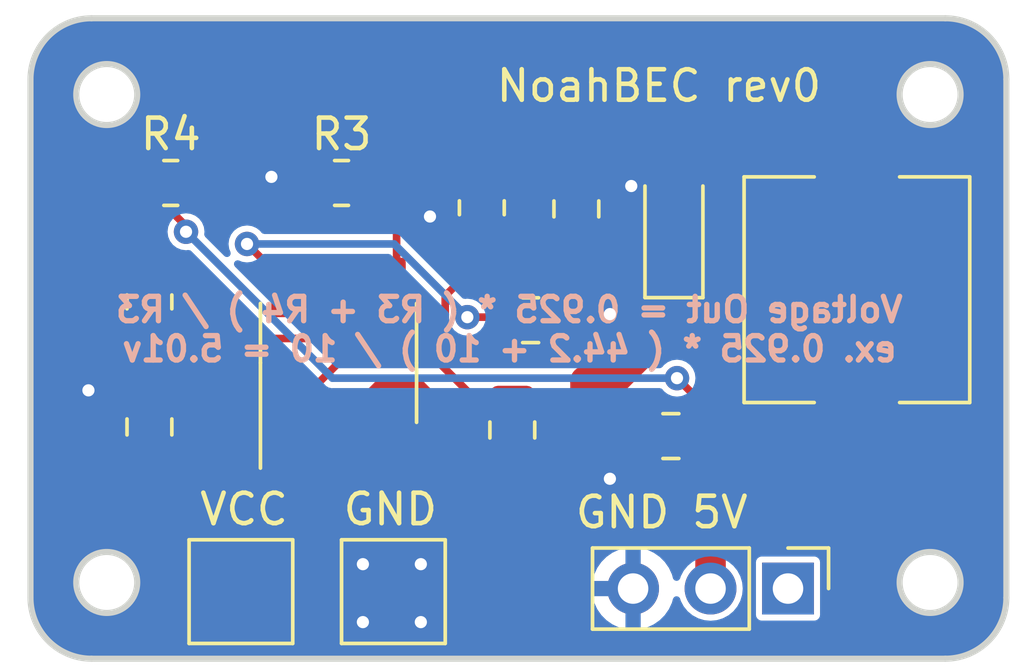
<source format=kicad_pcb>
(kicad_pcb (version 20221018) (generator pcbnew)
  (layers (0 "F.Cu" signal) (31 "B.Cu" signal) (34 "B.Paste" user) (35 "F.Paste" user) (36 "B.SilkS" user "B.Silkscreen") (37 "F.SilkS" user "F.Silkscreen") (38 "B.Mask" user) (39 "F.Mask" user) (44 "Edge.Cuts" user))
  (net 0 "")
  (net 1 "GND")
  (net 2 "Net-(U1-SS)")
  (net 3 "Net-(C2-Pad1)")
  (net 4 "Net-(U1-COMP)")
  (net 5 "Net-(D1-K)")
  (net 6 "Net-(U1-BS)")
  (net 7 "Net-(J4-Pin_1)")
  (net 8 "Net-(U1-EN)")
  (net 9 "Net-(U1-FB)")
  (net 10 "Net-(J2-Pin_2)")
  (footprint "Resistor_SMD:R_0805_2012Metric" (layer "F.Cu") (at 207.6 91.2125 90)
    (fp_text reference "R1" hide)
    (fp_text value "6.8K")
    (fp_line (start -0.227064 -0.735) (end 0.227064 -0.735) (stroke (width 0.12)) (layer "F.SilkS"))
    (fp_line (start -0.227064 0.735) (end 0.227064 0.735) (stroke (width 0.12)) (layer "F.SilkS"))
    (pad "1" smd roundrect (at -0.9125 0 90) (size 1.025 1.4) (layers "F.Cu" "F.Paste" "F.Mask") (roundrect_rratio 0.243902439) (net 1 "GND"))
    (pad "2" smd roundrect (at 0.9125 0 90) (size 1.025 1.4) (layers "F.Cu" "F.Paste" "F.Mask") (roundrect_rratio 0.243902439) (net 3 "Net-(C2-Pad1)"))
  )
  (footprint "Connector_PinHeader_2.54mm:PinHeader_1x03_P2.54mm_Vertical" (layer "F.Cu") (at 217.64 103.7 -90)
    (fp_text reference "J2" hide)
    (fp_text value "GND 5V" (at -2.5 4.14) (layer "F.SilkS"))
    (fp_line (start -1.33 -1.33) (end 0 -1.33) (stroke (width 0.12)) (layer "F.SilkS"))
    (fp_line (start -1.33 0) (end -1.33 -1.33) (stroke (width 0.12)) (layer "F.SilkS"))
    (fp_line (start -1.33 1.27) (end -1.33 6.41) (stroke (width 0.12)) (layer "F.SilkS"))
    (fp_line (start -1.33 1.27) (end 1.33 1.27) (stroke (width 0.12)) (layer "F.SilkS"))
    (fp_line (start -1.33 6.41) (end 1.33 6.41) (stroke (width 0.12)) (layer "F.SilkS"))
    (fp_line (start 1.33 1.27) (end 1.33 6.41) (stroke (width 0.12)) (layer "F.SilkS"))
    (pad "1" thru_hole rect (at 0 0 270) (size 1.7 1.7) (drill 1) (layers "*.Cu" "*.Mask"))
    (pad "2" thru_hole oval (at 0 2.54 270) (size 1.7 1.7) (drill 1) (layers "*.Cu" "*.Mask") (net 10 "Net-(J2-Pin_2)"))
    (pad "3" thru_hole oval (at 0 5.08 270) (size 1.7 1.7) (drill 1) (layers "*.Cu" "*.Mask") (net 1 "GND"))
  )
  (footprint "Resistor_SMD:R_0805_2012Metric" (layer "F.Cu") (at 197.4 90.4)
    (fp_text reference "R4" (at 0 -1.6) (layer "F.SilkS"))
    (fp_text value "44.2K")
    (fp_line (start -0.227064 -0.735) (end 0.227064 -0.735) (stroke (width 0.12)) (layer "F.SilkS"))
    (fp_line (start -0.227064 0.735) (end 0.227064 0.735) (stroke (width 0.12)) (layer "F.SilkS"))
    (pad "1" smd roundrect (at -0.9125 0) (size 1.025 1.4) (layers "F.Cu" "F.Paste" "F.Mask") (roundrect_rratio 0.243902439) (net 10 "Net-(J2-Pin_2)"))
    (pad "2" smd roundrect (at 0.9125 0) (size 1.025 1.4) (layers "F.Cu" "F.Paste" "F.Mask") (roundrect_rratio 0.243902439) (net 9 "Net-(U1-FB)"))
  )
  (footprint "Diode_SMD:Nexperia_CFP3_SOD-123W" (layer "F.Cu") (at 213.9 91.9 90)
    (fp_text reference "D1" hide)
    (fp_text value "SS34")
    (fp_line (start -2.26 -0.95) (end -2.26 0.95) (stroke (width 0.12)) (layer "F.SilkS"))
    (fp_line (start -2.26 -0.95) (end 1.4 -0.95) (stroke (width 0.12)) (layer "F.SilkS"))
    (fp_line (start -2.26 0.95) (end 1.4 0.95) (stroke (width 0.12)) (layer "F.SilkS"))
    (pad "1" smd rect (at -1.4 0 90) (size 1.2 1.2) (layers "F.Cu" "F.Paste" "F.Mask") (net 5 "Net-(D1-K)"))
    (pad "2" smd rect (at 1.4 0 90) (size 1.2 1.2) (layers "F.Cu" "F.Paste" "F.Mask") (net 1 "GND"))
  )
  (footprint "Inductor_SMD:L_7.3x7.3_H3.5" (layer "F.Cu") (at 219.9 93.9 90)
    (fp_text reference "L1" hide)
    (fp_text value "10uH")
    (fp_line (start -3.7 -3.7) (end 3.7 -3.7) (stroke (width 0.12)) (layer "F.SilkS"))
    (fp_line (start -3.7 -1.4) (end -3.7 -3.7) (stroke (width 0.12)) (layer "F.SilkS"))
    (fp_line (start -3.7 3.7) (end -3.7 1.4) (stroke (width 0.12)) (layer "F.SilkS"))
    (fp_line (start 3.7 -3.7) (end 3.7 -1.4) (stroke (width 0.12)) (layer "F.SilkS"))
    (fp_line (start 3.7 1.4) (end 3.7 3.7) (stroke (width 0.12)) (layer "F.SilkS"))
    (fp_line (start 3.7 3.7) (end -3.7 3.7) (stroke (width 0.12)) (layer "F.SilkS"))
    (pad "1" smd rect (at -3.2 0 90) (size 1.5 2.2) (layers "F.Cu" "F.Paste" "F.Mask") (net 10 "Net-(J2-Pin_2)"))
    (pad "2" smd rect (at 3.2 0 90) (size 1.5 2.2) (layers "F.Cu" "F.Paste" "F.Mask") (net 5 "Net-(D1-K)"))
  )
  (footprint "Resistor_SMD:R_0805_2012Metric" (layer "F.Cu") (at 196.7 94.3 90)
    (fp_text reference "R2" hide)
    (fp_text value "100K")
    (fp_line (start -0.227064 -0.735) (end 0.227064 -0.735) (stroke (width 0.12)) (layer "F.SilkS"))
    (fp_line (start -0.227064 0.735) (end 0.227064 0.735) (stroke (width 0.12)) (layer "F.SilkS"))
    (pad "1" smd roundrect (at -0.9125 0 90) (size 1.025 1.4) (layers "F.Cu" "F.Paste" "F.Mask") (roundrect_rratio 0.243902439) (net 7 "Net-(J4-Pin_1)"))
    (pad "2" smd roundrect (at 0.9125 0 90) (size 1.025 1.4) (layers "F.Cu" "F.Paste" "F.Mask") (roundrect_rratio 0.243902439) (net 8 "Net-(U1-EN)"))
  )
  (footprint "Capacitor_SMD:C_0805_2012Metric" (layer "F.Cu") (at 196.7 98.4 -90)
    (fp_text reference "C6" hide)
    (fp_text value "22uF")
    (fp_line (start -0.261252 -0.735) (end 0.261252 -0.735) (stroke (width 0.12)) (layer "F.SilkS"))
    (fp_line (start -0.261252 0.735) (end 0.261252 0.735) (stroke (width 0.12)) (layer "F.SilkS"))
    (pad "1" smd roundrect (at -0.95 0 270) (size 1 1.45) (layers "F.Cu" "F.Paste" "F.Mask") (net 1 "GND"))
    (pad "2" smd roundrect (at 0.95 0 270) (size 1 1.45) (layers "F.Cu" "F.Paste" "F.Mask") (net 7 "Net-(J4-Pin_1)"))
  )
  (footprint "TestPoint:TestPoint_Pad_3.0x3.0mm" (layer "F.Cu") (at 199.7 103.8)
    (fp_text reference "J4" hide)
    (fp_text value "VCC" (at 0.1 -2.7) (layer "F.SilkS"))
    (fp_line (start -1.7 -1.7) (end 1.7 -1.7) (stroke (width 0.12)) (layer "F.SilkS"))
    (fp_line (start -1.7 1.7) (end -1.7 -1.7) (stroke (width 0.12)) (layer "F.SilkS"))
    (fp_line (start 1.7 -1.7) (end 1.7 1.7) (stroke (width 0.12)) (layer "F.SilkS"))
    (fp_line (start 1.7 1.7) (end -1.7 1.7) (stroke (width 0.12)) (layer "F.SilkS"))
    (pad "1" smd rect (at 0 0) (size 3 3) (layers "F.Cu" "F.Mask") (net 7 "Net-(J4-Pin_1)"))
  )
  (footprint "TestPoint:TestPoint_Pad_3.0x3.0mm" (layer "F.Cu") (at 204.7 103.8)
    (fp_text reference "J3" hide)
    (fp_text value "GND" (at -0.1 -2.7) (layer "F.SilkS"))
    (fp_line (start -1.7 -1.7) (end 1.7 -1.7) (stroke (width 0.12)) (layer "F.SilkS"))
    (fp_line (start -1.7 1.7) (end -1.7 -1.7) (stroke (width 0.12)) (layer "F.SilkS"))
    (fp_line (start 1.7 -1.7) (end 1.7 1.7) (stroke (width 0.12)) (layer "F.SilkS"))
    (fp_line (start 1.7 1.7) (end -1.7 1.7) (stroke (width 0.12)) (layer "F.SilkS"))
    (pad "1" smd rect (at 0 0) (size 3 3) (layers "F.Cu" "F.Mask") (net 1 "GND"))
  )
  (footprint "Package_SO:SOIC-8_3.9x4.9mm_P1.27mm" (layer "F.Cu") (at 202.9 96.3 90)
    (fp_text reference "U1" hide)
    (fp_text value "MP2303ADN")
    (fp_line (start 0 -2.56) (end -3.45 -2.56) (stroke (width 0.12)) (layer "F.SilkS"))
    (fp_line (start 0 -2.56) (end 1.95 -2.56) (stroke (width 0.12)) (layer "F.SilkS"))
    (fp_line (start 0 2.56) (end -1.95 2.56) (stroke (width 0.12)) (layer "F.SilkS"))
    (fp_line (start 0 2.56) (end 1.95 2.56) (stroke (width 0.12)) (layer "F.SilkS"))
    (pad "1" smd roundrect (at -2.475 -1.905 90) (size 1.95 0.6) (layers "F.Cu" "F.Paste" "F.Mask") (net 6 "Net-(U1-BS)"))
    (pad "2" smd roundrect (at -2.475 -0.635 90) (size 1.95 0.6) (layers "F.Cu" "F.Paste" "F.Mask") (net 7 "Net-(J4-Pin_1)"))
    (pad "3" smd roundrect (at -2.475 0.635 90) (size 1.95 0.6) (layers "F.Cu" "F.Paste" "F.Mask") (net 5 "Net-(D1-K)"))
    (pad "4" smd roundrect (at -2.475 1.905 90) (size 1.95 0.6) (layers "F.Cu" "F.Paste" "F.Mask") (net 1 "GND"))
    (pad "5" smd roundrect (at 2.475 1.905 90) (size 1.95 0.6) (layers "F.Cu" "F.Paste" "F.Mask") (net 9 "Net-(U1-FB)"))
    (pad "6" smd roundrect (at 2.475 0.635 90) (size 1.95 0.6) (layers "F.Cu" "F.Paste" "F.Mask") (net 4 "Net-(U1-COMP)"))
    (pad "7" smd roundrect (at 2.475 -0.635 90) (size 1.95 0.6) (layers "F.Cu" "F.Paste" "F.Mask") (net 8 "Net-(U1-EN)"))
    (pad "8" smd roundrect (at 2.475 -1.905 90) (size 1.95 0.6) (layers "F.Cu" "F.Paste" "F.Mask") (net 2 "Net-(U1-SS)"))
  )
  (footprint "Capacitor_SMD:C_0805_2012Metric" (layer "F.Cu") (at 210.7 91.25 -90)
    (fp_text reference "C2" hide)
    (fp_text value "3.9nF")
    (fp_line (start -0.261252 -0.735) (end 0.261252 -0.735) (stroke (width 0.12)) (layer "F.SilkS"))
    (fp_line (start -0.261252 0.735) (end 0.261252 0.735) (stroke (width 0.12)) (layer "F.SilkS"))
    (pad "1" smd roundrect (at -0.95 0 270) (size 1 1.45) (layers "F.Cu" "F.Paste" "F.Mask") (net 3 "Net-(C2-Pad1)"))
    (pad "2" smd roundrect (at 0.95 0 270) (size 1 1.45) (layers "F.Cu" "F.Paste" "F.Mask") (net 4 "Net-(U1-COMP)"))
  )
  (footprint "Capacitor_SMD:C_0805_2012Metric" (layer "F.Cu") (at 209.2 94.9 180)
    (fp_text reference "C1" hide)
    (fp_text value "100nF")
    (fp_line (start -0.261252 -0.735) (end 0.261252 -0.735) (stroke (width 0.12)) (layer "F.SilkS"))
    (fp_line (start -0.261252 0.735) (end 0.261252 0.735) (stroke (width 0.12)) (layer "F.SilkS"))
    (pad "1" smd roundrect (at -0.95 0 180) (size 1 1.45) (layers "F.Cu" "F.Paste" "F.Mask") (net 1 "GND"))
    (pad "2" smd roundrect (at 0.95 0 180) (size 1 1.45) (layers "F.Cu" "F.Paste" "F.Mask") (net 2 "Net-(U1-SS)"))
  )
  (footprint "Capacitor_SMD:C_0805_2012Metric" (layer "F.Cu") (at 213.8 98.7)
    (fp_text reference "C5" hide)
    (fp_text value "22uF")
    (fp_line (start -0.261252 -0.735) (end 0.261252 -0.735) (stroke (width 0.12)) (layer "F.SilkS"))
    (fp_line (start -0.261252 0.735) (end 0.261252 0.735) (stroke (width 0.12)) (layer "F.SilkS"))
    (pad "1" smd roundrect (at -0.95 0) (size 1 1.45) (layers "F.Cu" "F.Paste" "F.Mask") (net 1 "GND"))
    (pad "2" smd roundrect (at 0.95 0) (size 1 1.45) (layers "F.Cu" "F.Paste" "F.Mask") (net 10 "Net-(J2-Pin_2)"))
  )
  (footprint "Resistor_SMD:R_0805_2012Metric" (layer "F.Cu") (at 203 90.4)
    (fp_text reference "R3" (at 0 -1.6) (layer "F.SilkS"))
    (fp_text value "10K")
    (fp_line (start -0.227064 -0.735) (end 0.227064 -0.735) (stroke (width 0.12)) (layer "F.SilkS"))
    (fp_line (start -0.227064 0.735) (end 0.227064 0.735) (stroke (width 0.12)) (layer "F.SilkS"))
    (pad "1" smd roundrect (at -0.9125 0) (size 1.025 1.4) (layers "F.Cu" "F.Paste" "F.Mask") (roundrect_rratio 0.243902439) (net 1 "GND"))
    (pad "2" smd roundrect (at 0.9125 0) (size 1.025 1.4) (layers "F.Cu" "F.Paste" "F.Mask") (roundrect_rratio 0.243902439) (net 9 "Net-(U1-FB)"))
  )
  (footprint "Capacitor_SMD:C_0805_2012Metric" (layer "F.Cu") (at 208.6 98.5 90)
    (fp_text reference "C4" hide)
    (fp_text value "10nF")
    (fp_line (start -0.261252 -0.735) (end 0.261252 -0.735) (stroke (width 0.12)) (layer "F.SilkS"))
    (fp_line (start -0.261252 0.735) (end 0.261252 0.735) (stroke (width 0.12)) (layer "F.SilkS"))
    (pad "1" smd roundrect (at -0.95 0 90) (size 1 1.45) (layers "F.Cu" "F.Paste" "F.Mask") (net 5 "Net-(D1-K)"))
    (pad "2" smd roundrect (at 0.95 0 90) (size 1 1.45) (layers "F.Cu" "F.Paste" "F.Mask") (net 6 "Net-(U1-BS)"))
  )
  (gr_line (start 194.8 106) (end 222.8 106) (stroke (width 0.2)) (layer "Edge.Cuts"))
  (gr_circle (center 222.3 103.5) (end 223.3 103.5) (stroke (width 0.2)) (fill none) (layer "Edge.Cuts"))
  (gr_line (start 192.8 87) (end 192.8 104) (stroke (width 0.2)) (layer "Edge.Cuts"))
  (gr_arc (start 194.8 106) (mid 193.385786 105.414214) (end 192.8 104) (stroke (width 0.2)) (layer "Edge.Cuts"))
  (gr_arc (start 222.8 85) (mid 224.214214 85.585786) (end 224.8 87) (stroke (width 0.2)) (layer "Edge.Cuts"))
  (gr_circle (center 195.3 87.5) (end 196.3 87.5) (stroke (width 0.2)) (fill none) (layer "Edge.Cuts"))
  (gr_line (start 222.8 85) (end 194.8 85) (stroke (width 0.2)) (layer "Edge.Cuts"))
  (gr_line (start 224.8 104) (end 224.8 87) (stroke (width 0.2)) (layer "Edge.Cuts"))
  (gr_circle (center 195.3 103.5) (end 196.3 103.5) (stroke (width 0.2)) (fill none) (layer "Edge.Cuts"))
  (gr_arc (start 192.8 87) (mid 193.385786 85.585786) (end 194.8 85) (stroke (width 0.2)) (layer "Edge.Cuts"))
  (gr_arc (start 224.8 104) (mid 224.214214 105.414214) (end 222.8 106) (stroke (width 0.2)) (layer "Edge.Cuts"))
  (gr_circle (center 222.3 87.5) (end 223.3 87.5) (stroke (width 0.2)) (fill none) (layer "Edge.Cuts"))
  (gr_text "Voltage Out = 0.925 * ( R3 + R4 ) / R3\nex. 0.925 * ( 44.2 + 10 ) / 10 = 5.01v" (at 208.5 95.2) (layer "B.SilkS") (effects (font (size 0.8 0.8) (thickness 0.175)) (justify mirror)))
  (gr_text "NoahBEC rev0" (at 208 87.8) (layer "F.SilkS") (effects (font (size 1 1)) (justify left bottom)))
  (segment (start 212.85 99.05) (end 212.85 98.7) (width 0.25) (layer "F.Cu") (net 1))
  (segment (start 212.5 90.5) (end 213.9 90.5) (width 0.25) (layer "F.Cu") (net 1))
  (segment (start 201.8875 90.2) (end 202.0875 90.4) (width 0.25) (layer "F.Cu") (net 1))
  (segment (start 211.8 94.7) (end 211.6 94.9) (width 0.25) (layer "F.Cu") (net 1))
  (segment (start 204.7 103.8) (end 204.7 98.88) (width 0.25) (layer "F.Cu") (net 1))
  (segment (start 204.7 98.88) (end 204.805 98.775) (width 0.25) (layer "F.Cu") (net 1))
  (segment (start 206.975 91.5) (end 207.6 92.125) (width 0.25) (layer "F.Cu") (net 1))
  (segment (start 211.6 94.9) (end 210.15 94.9) (width 0.25) (layer "F.Cu") (net 1))
  (segment (start 194.95 97.45) (end 196.7 97.45) (width 0.25) (layer "F.Cu") (net 1))
  (segment (start 211.8 100.1) (end 212.85 99.05) (width 0.25) (layer "F.Cu") (net 1))
  (segment (start 194.7 97.2) (end 194.95 97.45) (width 0.25) (layer "F.Cu") (net 1))
  (segment (start 205.9 91.5) (end 206.975 91.5) (width 0.25) (layer "F.Cu") (net 1))
  (segment (start 200.7 90.2) (end 201.8875 90.2) (width 0.25) (layer "F.Cu") (net 1))
  (via (at 200.7 90.2) (size 0.8) (drill 0.4) (layers "F.Cu" "B.Cu") (net 1))
  (via (at 211.8 100.1) (size 0.8) (drill 0.4) (layers "F.Cu" "B.Cu") (net 1))
  (via (at 203.7 104.8) (size 0.8) (drill 0.4) (layers "F.Cu" "B.Cu") (net 1))
  (via (at 203.7 102.9) (size 0.8) (drill 0.4) (layers "F.Cu" "B.Cu") (net 1))
  (via (at 194.7 97.2) (size 0.8) (drill 0.4) (layers "F.Cu" "B.Cu") (net 1))
  (via (at 205.9 91.5) (size 0.8) (drill 0.4) (layers "F.Cu" "B.Cu") (net 1))
  (via (at 212.5 90.5) (size 0.8) (drill 0.4) (layers "F.Cu" "B.Cu") (net 1))
  (via (at 205.6 104.8) (size 0.8) (drill 0.4) (layers "F.Cu" "B.Cu") (net 1))
  (via (at 205.6 102.9) (size 0.8) (drill 0.4) (layers "F.Cu" "B.Cu") (net 1))
  (via (at 211.8 94.7) (size 0.8) (drill 0.4) (layers "F.Cu" "B.Cu") (net 1))
  (segment (start 207.1245 94.8) (end 208.15 94.8) (width 0.25) (layer "F.Cu") (net 2))
  (segment (start 208.15 94.8) (end 208.25 94.9) (width 0.25) (layer "F.Cu") (net 2))
  (segment (start 200.995 93.495) (end 199.9 92.4) (width 0.25) (layer "F.Cu") (net 2))
  (segment (start 200.995 93.825) (end 200.995 93.495) (width 0.25) (layer "F.Cu") (net 2))
  (via (at 207.1245 94.8) (size 0.8) (drill 0.4) (layers "F.Cu" "B.Cu") (net 2))
  (via (at 199.9 92.4) (size 0.8) (drill 0.4) (layers "F.Cu" "B.Cu") (net 2))
  (segment (start 204.7245 92.4) (end 207.1245 94.8) (width 0.25) (layer "B.Cu") (net 2))
  (segment (start 199.9 92.4) (end 204.7245 92.4) (width 0.25) (layer "B.Cu") (net 2))
  (segment (start 210.7 90.3) (end 207.6 90.3) (width 0.25) (layer "F.Cu") (net 3))
  (segment (start 203.6 95.4) (end 206.4 95.4) (width 0.25) (layer "F.Cu") (net 4))
  (segment (start 209.1 93.8) (end 210.7 92.2) (width 0.25) (layer "F.Cu") (net 4))
  (segment (start 206.4 94.1) (end 206.7 93.8) (width 0.25) (layer "F.Cu") (net 4))
  (segment (start 206.4 95.4) (end 206.4 94.1) (width 0.25) (layer "F.Cu") (net 4))
  (segment (start 203.535 95.335) (end 203.6 95.4) (width 0.25) (layer "F.Cu") (net 4))
  (segment (start 203.535 93.825) (end 203.535 95.335) (width 0.25) (layer "F.Cu") (net 4))
  (segment (start 206.7 93.8) (end 209.1 93.8) (width 0.25) (layer "F.Cu") (net 4))
  (segment (start 213.9 94.9) (end 213.9 93.3) (width 1) (layer "F.Cu") (net 5))
  (segment (start 205.6 97) (end 204.2 97) (width 0.25) (layer "F.Cu") (net 5))
  (segment (start 203.535 97.665) (end 203.535 98.775) (width 0.25) (layer "F.Cu") (net 5))
  (segment (start 219.9 90.7) (end 219.9 91.9) (width 2) (layer "F.Cu") (net 5))
  (segment (start 208.6 99.45) (end 206.55 99.45) (width 0.25) (layer "F.Cu") (net 5))
  (segment (start 209.55 99.45) (end 211 98) (width 1) (layer "F.Cu") (net 5))
  (segment (start 211.9 96.9) (end 213.9 94.9) (width 1) (layer "F.Cu") (net 5))
  (segment (start 211 96.9) (end 211.9 96.9) (width 1) (layer "F.Cu") (net 5))
  (segment (start 217.3 93.3) (end 219.9 90.7) (width 1) (layer "F.Cu") (net 5))
  (segment (start 213.9 93.3) (end 217.3 93.3) (width 1) (layer "F.Cu") (net 5))
  (segment (start 208.6 99.45) (end 209.55 99.45) (width 0.25) (layer "F.Cu") (net 5))
  (segment (start 211 98) (end 211 96.9) (width 1) (layer "F.Cu") (net 5))
  (segment (start 206.1 97.5) (end 205.6 97) (width 0.25) (layer "F.Cu") (net 5))
  (segment (start 206.1 99) (end 206.1 97.5) (width 0.25) (layer "F.Cu") (net 5))
  (segment (start 204.2 97) (end 203.535 97.665) (width 0.25) (layer "F.Cu") (net 5))
  (segment (start 206.55 99.45) (end 206.1 99) (width 0.25) (layer "F.Cu") (net 5))
  (segment (start 203 96.2) (end 200.995 98.205) (width 0.25) (layer "F.Cu") (net 6))
  (segment (start 208.6 97.55) (end 207.45 97.55) (width 0.25) (layer "F.Cu") (net 6))
  (segment (start 207.45 97.55) (end 206.1 96.2) (width 0.25) (layer "F.Cu") (net 6))
  (segment (start 200.995 98.205) (end 200.995 98.775) (width 0.25) (layer "F.Cu") (net 6))
  (segment (start 206.1 96.2) (end 203 96.2) (width 0.25) (layer "F.Cu") (net 6))
  (segment (start 198.65 99.35) (end 200.1 100.8) (width 0.25) (layer "F.Cu") (net 7))
  (segment (start 202.265 101.235) (end 202.265 100.8) (width 0.25) (layer "F.Cu") (net 7))
  (segment (start 196.7 99.35) (end 198.65 99.35) (width 0.25) (layer "F.Cu") (net 7))
  (segment (start 198.5 99.2) (end 198.65 99.35) (width 0.25) (layer "F.Cu") (net 7))
  (segment (start 202.265 100.8) (end 202.265 98.775) (width 0.25) (layer "F.Cu") (net 7))
  (segment (start 199.7 103.8) (end 202.265 101.235) (width 0.25) (layer "F.Cu") (net 7))
  (segment (start 197.7125 95.2125) (end 198.5 96) (width 0.25) (layer "F.Cu") (net 7))
  (segment (start 200.1 100.8) (end 202.265 100.8) (width 0.25) (layer "F.Cu") (net 7))
  (segment (start 196.7 95.2125) (end 197.7125 95.2125) (width 0.25) (layer "F.Cu") (net 7))
  (segment (start 198.5 96) (end 198.5 99.2) (width 0.25) (layer "F.Cu") (net 7))
  (segment (start 201.9 95.5) (end 202.265 95.135) (width 0.25) (layer "F.Cu") (net 8))
  (segment (start 197.9875 93.3875) (end 200.1 95.5) (width 0.25) (layer "F.Cu") (net 8))
  (segment (start 202.265 95.135) (end 202.265 93.825) (width 0.25) (layer "F.Cu") (net 8))
  (segment (start 196.7 93.3875) (end 197.9875 93.3875) (width 0.25) (layer "F.Cu") (net 8))
  (segment (start 200.1 95.5) (end 201.9 95.5) (width 0.25) (layer "F.Cu") (net 8))
  (segment (start 201.2 91.9) (end 204.805 91.9) (width 0.25) (layer "F.Cu") (net 9))
  (segment (start 198.3125 90.4) (end 199.7 90.4) (width 0.25) (layer "F.Cu") (net 9))
  (segment (start 203.9125 90.4) (end 204.805 91.2925) (width 0.25) (layer "F.Cu") (net 9))
  (segment (start 204.805 91.9) (end 204.805 93.825) (width 0.25) (layer "F.Cu") (net 9))
  (segment (start 204.805 91.2925) (end 204.805 91.9) (width 0.25) (layer "F.Cu") (net 9))
  (segment (start 199.7 90.4) (end 201.2 91.9) (width 0.25) (layer "F.Cu") (net 9))
  (segment (start 219.9 97.1) (end 219.9 95.7) (width 2) (layer "F.Cu") (net 10))
  (segment (start 215.1 99.05) (end 215.1 103.7) (width 1) (layer "F.Cu") (net 10))
  (segment (start 197.9 92) (end 197.9 91.8125) (width 0.25) (layer "F.Cu") (net 10))
  (segment (start 214.75 103.35) (end 215.1 103.7) (width 0.25) (layer "F.Cu") (net 10))
  (segment (start 219.9 97.1) (end 216.35 97.1) (width 1) (layer "F.Cu") (net 10))
  (segment (start 214.75 98.7) (end 215.1 99.05) (width 1) (layer "F.Cu") (net 10))
  (segment (start 197.9 91.8125) (end 196.4875 90.4) (width 0.25) (layer "F.Cu") (net 10))
  (segment (start 214.75 97.55) (end 214 96.8) (width 0.25) (layer "F.Cu") (net 10))
  (segment (start 216.35 97.1) (end 214.75 98.7) (width 1) (layer "F.Cu") (net 10))
  (segment (start 214.75 98.7) (end 214.75 97.55) (width 0.25) (layer "F.Cu") (net 10))
  (via (at 197.9 92) (size 0.8) (drill 0.4) (layers "F.Cu" "B.Cu") (net 10))
  (via (at 214 96.8) (size 0.8) (drill 0.4) (layers "F.Cu" "B.Cu") (net 10))
  (segment (start 214 96.8) (end 202.7 96.8) (width 0.25) (layer "B.Cu") (net 10))
  (segment (start 202.7 96.8) (end 197.9 92) (width 0.25) (layer "B.Cu") (net 10))
  (zone (net 1) (net_name "GND") (layer "B.Cu") (connect_pads (clearance 0.2)) (min_thickness 0.25) (fill yes (thermal_gap 0.5) (thermal_bridge_width 0.5))
    (polygon (pts (xy 192.4 84.4) (xy 224.9 84.5) (xy 225.4 106.4) (xy 191.8 106.3)))
  )
)
</source>
